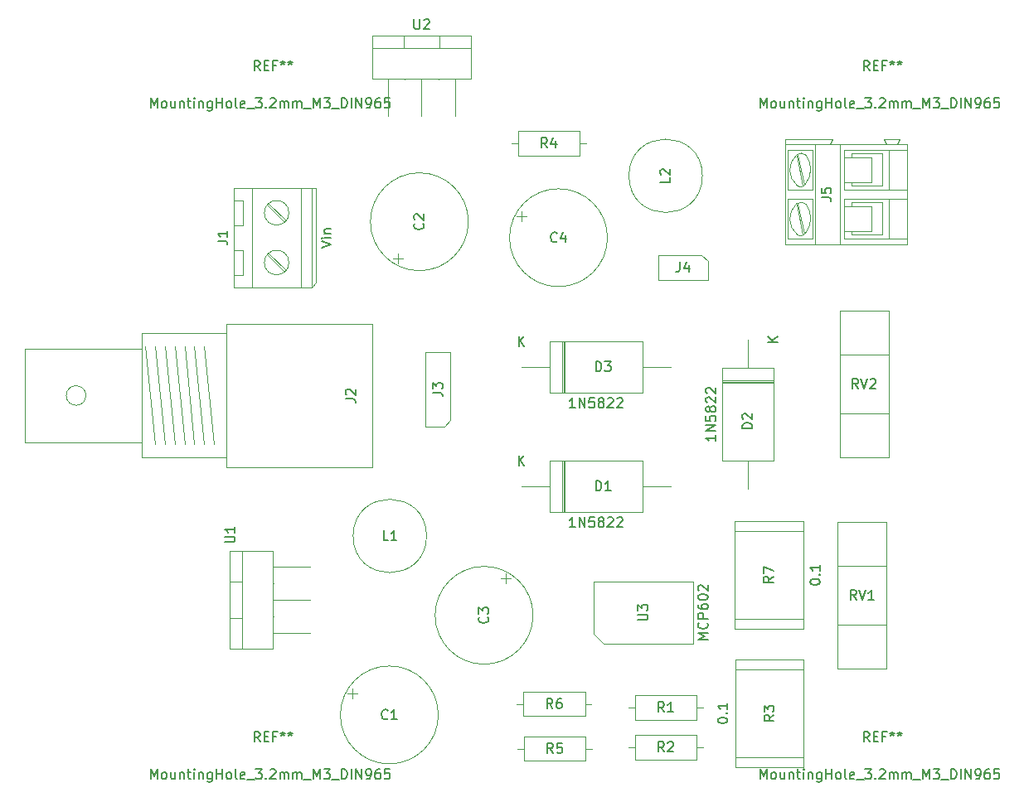
<source format=gbr>
G04 #@! TF.GenerationSoftware,KiCad,Pcbnew,5.0.2-bee76a0~70~ubuntu18.04.1*
G04 #@! TF.CreationDate,2019-02-20T20:23:57+00:00*
G04 #@! TF.ProjectId,lm2596_cc_vc,6c6d3235-3936-45f6-9363-5f76632e6b69,rev?*
G04 #@! TF.SameCoordinates,Original*
G04 #@! TF.FileFunction,Other,Fab,Top*
%FSLAX46Y46*%
G04 Gerber Fmt 4.6, Leading zero omitted, Abs format (unit mm)*
G04 Created by KiCad (PCBNEW 5.0.2-bee76a0~70~ubuntu18.04.1) date Wed 20 Feb 2019 20:23:57 GMT*
%MOMM*%
%LPD*%
G01*
G04 APERTURE LIST*
%ADD10C,0.100000*%
%ADD11C,0.150000*%
G04 APERTURE END LIST*
D10*
G04 #@! TO.C,R7*
X96957000Y-119873000D02*
X103957000Y-119873000D01*
X96957000Y-128873000D02*
X103957000Y-128873000D01*
X96957000Y-118873000D02*
X96957000Y-129873000D01*
X103957000Y-118873000D02*
X96957000Y-118873000D01*
X103957000Y-129873000D02*
X103957000Y-118873000D01*
X96957000Y-129873000D02*
X103957000Y-129873000D01*
G04 #@! TO.C,R3*
X104020500Y-143017000D02*
X97020500Y-143017000D01*
X104020500Y-134017000D02*
X97020500Y-134017000D01*
X104020500Y-144017000D02*
X104020500Y-133017000D01*
X97020500Y-144017000D02*
X104020500Y-144017000D01*
X97020500Y-133017000D02*
X97020500Y-144017000D01*
X104020500Y-133017000D02*
X97020500Y-133017000D01*
G04 #@! TO.C,U3*
X82550000Y-130394200D02*
X82550000Y-125044200D01*
X82550000Y-125044200D02*
X92710000Y-125044200D01*
X92710000Y-125044200D02*
X92710000Y-131394200D01*
X92710000Y-131394200D02*
X83550000Y-131394200D01*
X83550000Y-131394200D02*
X82550000Y-130394200D01*
G04 #@! TO.C,J1*
X45790400Y-86126000D02*
X45790400Y-88626000D01*
X46790400Y-86126000D02*
X45790400Y-86126000D01*
X46790400Y-88626000D02*
X46790400Y-86126000D01*
X45790400Y-88626000D02*
X46790400Y-88626000D01*
X49242400Y-86580000D02*
X50986400Y-88324000D01*
X49394400Y-86427000D02*
X51138400Y-88171000D01*
X45790400Y-91206000D02*
X45790400Y-93706000D01*
X46790400Y-91206000D02*
X45790400Y-91206000D01*
X46790400Y-93706000D02*
X46790400Y-91206000D01*
X45790400Y-93706000D02*
X46790400Y-93706000D01*
X49242400Y-91660000D02*
X50986400Y-93405000D01*
X49394400Y-91507000D02*
X51138400Y-93252000D01*
X47640400Y-94996000D02*
X47640400Y-84836000D01*
X52640400Y-94996000D02*
X52640400Y-84836000D01*
X53740400Y-94996000D02*
X53740400Y-84836000D01*
X53740400Y-94996000D02*
X45790400Y-94996000D01*
X54240400Y-94496000D02*
X53740400Y-94996000D01*
X54240400Y-84836000D02*
X54240400Y-94496000D01*
X45790400Y-84836000D02*
X54240400Y-84836000D01*
X45790400Y-94996000D02*
X45790400Y-84836000D01*
X51440400Y-87376000D02*
G75*
G03X51440400Y-87376000I-1250000J0D01*
G01*
X51440400Y-92456000D02*
G75*
G03X51440400Y-92456000I-1250000J0D01*
G01*
G04 #@! TO.C,J5*
X103297701Y-89548572D02*
G75*
G03X104226400Y-89405600I408699J432972D01*
G01*
X103284866Y-86445624D02*
G75*
G03X103356400Y-89605600I1361534J-1549976D01*
G01*
X104197818Y-89445429D02*
G75*
G03X104236400Y-86455600I-1911418J1519829D01*
G01*
X104270396Y-86499980D02*
G75*
G03X103306400Y-86455600I-503996J-455620D01*
G01*
X103297701Y-84548572D02*
G75*
G03X104226400Y-84405600I408699J432972D01*
G01*
X103294713Y-81447361D02*
G75*
G03X103356400Y-84595600I1351687J-1548239D01*
G01*
X104188137Y-84437933D02*
G75*
G03X104236400Y-81455600I-1901737J1522333D01*
G01*
X104280395Y-81500068D02*
G75*
G03X103306400Y-81445600I-513995J-455532D01*
G01*
X108106400Y-84625600D02*
X108106400Y-81315600D01*
X108106400Y-85005600D02*
X108106400Y-84625600D01*
X108106400Y-80935600D02*
X108106400Y-81315600D01*
X107716400Y-81315600D02*
X107716400Y-84625600D01*
X107716400Y-80375600D02*
X107716400Y-81315600D01*
X107716400Y-86325600D02*
X107716400Y-84625600D01*
X107716400Y-89625600D02*
X107716400Y-86325600D01*
X107716400Y-90565600D02*
X107716400Y-89625600D01*
X108106400Y-86325600D02*
X108106400Y-89625600D01*
X108106400Y-85945600D02*
X108106400Y-86325600D01*
X108106400Y-90005600D02*
X108106400Y-89625600D01*
X104036400Y-89475600D02*
X103406400Y-86425600D01*
X103906400Y-89605600D02*
X103276400Y-86545600D01*
X104036400Y-84465600D02*
X103406400Y-81425600D01*
X103906400Y-84595600D02*
X103276400Y-81545600D01*
X102386400Y-85945600D02*
X102386400Y-90005600D01*
X104926400Y-90005600D02*
X102386400Y-90005600D01*
X104926400Y-85945600D02*
X104926400Y-90005600D01*
X104926400Y-85945600D02*
X102386400Y-85945600D01*
X104926400Y-80935600D02*
X104926400Y-85005600D01*
X102386400Y-80935600D02*
X104926400Y-80935600D01*
X102386400Y-85005600D02*
X102386400Y-80935600D01*
X104926400Y-85005600D02*
X102386400Y-85005600D01*
X105186400Y-80375600D02*
X106706400Y-80375600D01*
X105186400Y-90565600D02*
X102136400Y-90565600D01*
X105186400Y-90565600D02*
X105186400Y-80375600D01*
X107716400Y-80375600D02*
X112416400Y-80375600D01*
X106706400Y-80375600D02*
X107716400Y-80375600D01*
X107716400Y-90565600D02*
X105186400Y-90565600D01*
X114576400Y-90565600D02*
X107716400Y-90565600D01*
X108866400Y-81315600D02*
X108866400Y-81705600D01*
X108866400Y-84625600D02*
X108866400Y-84245600D01*
X108866400Y-86325600D02*
X108866400Y-86705600D01*
X108866400Y-89625600D02*
X108866400Y-89245600D01*
X112036400Y-89625600D02*
X108866400Y-89625600D01*
X112036400Y-86325600D02*
X112036400Y-89625600D01*
X112036400Y-86325600D02*
X108866400Y-86325600D01*
X112036400Y-84625600D02*
X108866400Y-84625600D01*
X112036400Y-81315600D02*
X112036400Y-84625600D01*
X112036400Y-81315600D02*
X108866400Y-81315600D01*
X112676400Y-90005600D02*
X114576400Y-90005600D01*
X112676400Y-85945600D02*
X108106400Y-85945600D01*
X112676400Y-85945600D02*
X112676400Y-90005600D01*
X112676400Y-80935600D02*
X114576400Y-80935600D01*
X112676400Y-85005600D02*
X108106400Y-85005600D01*
X112676400Y-85005600D02*
X112676400Y-80935600D01*
X114576400Y-90005600D02*
X114576400Y-85945600D01*
X114576400Y-90565600D02*
X114576400Y-90005600D01*
X108106400Y-90005600D02*
X112676400Y-90005600D01*
X114576400Y-85945600D02*
X114576400Y-85005600D01*
X114576400Y-85945600D02*
X112676400Y-85945600D01*
X114576400Y-80935600D02*
X114576400Y-80375600D01*
X114576400Y-85005600D02*
X114576400Y-80935600D01*
X108106400Y-80935600D02*
X112676400Y-80935600D01*
X114576400Y-85005600D02*
X112676400Y-85005600D01*
X112166400Y-79875600D02*
X113816400Y-79875600D01*
X112416400Y-80375600D02*
X113566400Y-80375600D01*
X112166400Y-79875600D02*
X112416400Y-80375600D01*
X113566400Y-80375600D02*
X114576400Y-80375600D01*
X113816400Y-79875600D02*
X113566400Y-80375600D01*
X106956400Y-79875600D02*
X106706400Y-80375600D01*
X102136400Y-79875600D02*
X106956400Y-79875600D01*
X102136400Y-80375600D02*
X102136400Y-79875600D01*
X102136400Y-80375600D02*
X102136400Y-90565600D01*
X102136400Y-80375600D02*
X105186400Y-80375600D01*
X110896400Y-84245600D02*
X108106400Y-84245600D01*
X108106400Y-84245600D02*
X108106400Y-81705600D01*
X110896400Y-81705600D02*
X108106400Y-81705600D01*
X110896400Y-84245600D02*
X110896400Y-81705600D01*
X110896400Y-89245600D02*
X108106400Y-89245600D01*
X108106400Y-89245600D02*
X108106400Y-86705600D01*
X110896400Y-86705600D02*
X108106400Y-86705600D01*
X110896400Y-89245600D02*
X110896400Y-86705600D01*
G04 #@! TO.C,C1*
X57913139Y-135996500D02*
X57913139Y-136996500D01*
X57413139Y-136496500D02*
X58413139Y-136496500D01*
X66702000Y-138684000D02*
G75*
G03X66702000Y-138684000I-5000000J0D01*
G01*
G04 #@! TO.C,C2*
X62082500Y-92073861D02*
X63082500Y-92073861D01*
X62582500Y-92573861D02*
X62582500Y-91573861D01*
X69770000Y-88285000D02*
G75*
G03X69770000Y-88285000I-5000000J0D01*
G01*
G04 #@! TO.C,C3*
X76374000Y-128504000D02*
G75*
G03X76374000Y-128504000I-5000000J0D01*
G01*
X73561500Y-124215139D02*
X73561500Y-125215139D01*
X74061500Y-124715139D02*
X73061500Y-124715139D01*
G04 #@! TO.C,C4*
X83974000Y-89916000D02*
G75*
G03X83974000Y-89916000I-5000000J0D01*
G01*
X74685139Y-87728500D02*
X75685139Y-87728500D01*
X75185139Y-87228500D02*
X75185139Y-88228500D01*
G04 #@! TO.C,D1*
X78054000Y-112716000D02*
X78054000Y-117916000D01*
X78054000Y-117916000D02*
X87554000Y-117916000D01*
X87554000Y-117916000D02*
X87554000Y-112716000D01*
X87554000Y-112716000D02*
X78054000Y-112716000D01*
X75184000Y-115316000D02*
X78054000Y-115316000D01*
X90424000Y-115316000D02*
X87554000Y-115316000D01*
X79479000Y-112716000D02*
X79479000Y-117916000D01*
X79579000Y-112716000D02*
X79579000Y-117916000D01*
X79379000Y-112716000D02*
X79379000Y-117916000D01*
G04 #@! TO.C,D2*
X100898000Y-103200000D02*
X95698000Y-103200000D01*
X95698000Y-103200000D02*
X95698000Y-112700000D01*
X95698000Y-112700000D02*
X100898000Y-112700000D01*
X100898000Y-112700000D02*
X100898000Y-103200000D01*
X98298000Y-100330000D02*
X98298000Y-103200000D01*
X98298000Y-115570000D02*
X98298000Y-112700000D01*
X100898000Y-104625000D02*
X95698000Y-104625000D01*
X100898000Y-104725000D02*
X95698000Y-104725000D01*
X100898000Y-104525000D02*
X95698000Y-104525000D01*
G04 #@! TO.C,D3*
X79379000Y-100524000D02*
X79379000Y-105724000D01*
X79579000Y-100524000D02*
X79579000Y-105724000D01*
X79479000Y-100524000D02*
X79479000Y-105724000D01*
X90424000Y-103124000D02*
X87554000Y-103124000D01*
X75184000Y-103124000D02*
X78054000Y-103124000D01*
X87554000Y-100524000D02*
X78054000Y-100524000D01*
X87554000Y-105724000D02*
X87554000Y-100524000D01*
X78054000Y-105724000D02*
X87554000Y-105724000D01*
X78054000Y-100524000D02*
X78054000Y-105724000D01*
G04 #@! TO.C,J2*
X37785000Y-111045000D02*
X36785000Y-101045000D01*
X38785000Y-111045000D02*
X37785000Y-101045000D01*
X39785000Y-111045000D02*
X38785000Y-101045000D01*
X40785000Y-111045000D02*
X39785000Y-101045000D01*
X41785000Y-111045000D02*
X40785000Y-101045000D01*
X42785000Y-111045000D02*
X41785000Y-101045000D01*
X30715000Y-106045000D02*
G75*
G03X30715000Y-106045000I-1000000J0D01*
G01*
X36385000Y-101245000D02*
X24485000Y-101245000D01*
X24485000Y-101245000D02*
X24485000Y-110845000D01*
X24485000Y-110845000D02*
X36385000Y-110845000D01*
X45085000Y-99695000D02*
X36385000Y-99695000D01*
X36385000Y-99695000D02*
X36385000Y-112395000D01*
X36385000Y-112395000D02*
X45085000Y-112395000D01*
X59985000Y-113395000D02*
X59985000Y-98695000D01*
X59985000Y-98695000D02*
X45085000Y-98695000D01*
X45085000Y-98695000D02*
X45085000Y-113395000D01*
X45085000Y-113395000D02*
X59985000Y-113395000D01*
X43785000Y-111045000D02*
X42785000Y-101045000D01*
G04 #@! TO.C,J3*
X67310000Y-109220000D02*
X65405000Y-109220000D01*
X65405000Y-109220000D02*
X65405000Y-101600000D01*
X65405000Y-101600000D02*
X67945000Y-101600000D01*
X67945000Y-101600000D02*
X67945000Y-108585000D01*
X67945000Y-108585000D02*
X67310000Y-109220000D01*
G04 #@! TO.C,J4*
X93599000Y-91694000D02*
X94234000Y-92329000D01*
X89154000Y-91694000D02*
X93599000Y-91694000D01*
X89154000Y-94234000D02*
X89154000Y-91694000D01*
X94234000Y-94234000D02*
X89154000Y-94234000D01*
X94234000Y-92329000D02*
X94234000Y-94234000D01*
G04 #@! TO.C,L1*
X65500000Y-120396000D02*
G75*
G03X65500000Y-120396000I-3750000J0D01*
G01*
G04 #@! TO.C,L2*
X93666000Y-83594000D02*
G75*
G03X93666000Y-83594000I-3750000J0D01*
G01*
G04 #@! TO.C,R1*
X86766000Y-136672000D02*
X86766000Y-139172000D01*
X86766000Y-139172000D02*
X93066000Y-139172000D01*
X93066000Y-139172000D02*
X93066000Y-136672000D01*
X93066000Y-136672000D02*
X86766000Y-136672000D01*
X86106000Y-137922000D02*
X86766000Y-137922000D01*
X93726000Y-137922000D02*
X93066000Y-137922000D01*
G04 #@! TO.C,R2*
X86106000Y-141986000D02*
X86766000Y-141986000D01*
X93726000Y-141986000D02*
X93066000Y-141986000D01*
X86766000Y-143236000D02*
X93066000Y-143236000D01*
X86766000Y-140736000D02*
X86766000Y-143236000D01*
X93066000Y-140736000D02*
X86766000Y-140736000D01*
X93066000Y-143236000D02*
X93066000Y-140736000D01*
G04 #@! TO.C,R4*
X74828000Y-79014000D02*
X74828000Y-81514000D01*
X74828000Y-81514000D02*
X81128000Y-81514000D01*
X81128000Y-81514000D02*
X81128000Y-79014000D01*
X81128000Y-79014000D02*
X74828000Y-79014000D01*
X74168000Y-80264000D02*
X74828000Y-80264000D01*
X81788000Y-80264000D02*
X81128000Y-80264000D01*
G04 #@! TO.C,R5*
X74777600Y-142138400D02*
X75437600Y-142138400D01*
X82397600Y-142138400D02*
X81737600Y-142138400D01*
X75437600Y-143388400D02*
X81737600Y-143388400D01*
X75437600Y-140888400D02*
X75437600Y-143388400D01*
X81737600Y-140888400D02*
X75437600Y-140888400D01*
X81737600Y-143388400D02*
X81737600Y-140888400D01*
G04 #@! TO.C,R6*
X75386800Y-136316400D02*
X75386800Y-138816400D01*
X75386800Y-138816400D02*
X81686800Y-138816400D01*
X81686800Y-138816400D02*
X81686800Y-136316400D01*
X81686800Y-136316400D02*
X75386800Y-136316400D01*
X74726800Y-137566400D02*
X75386800Y-137566400D01*
X82346800Y-137566400D02*
X81686800Y-137566400D01*
G04 #@! TO.C,RV1*
X107471200Y-129470400D02*
X112471200Y-129470400D01*
X107471200Y-123470400D02*
X107471200Y-129470400D01*
X112471200Y-123470400D02*
X107471200Y-123470400D01*
X112471200Y-129470400D02*
X112471200Y-123470400D01*
X112471200Y-133970400D02*
X107471200Y-133970400D01*
X112471200Y-118970400D02*
X112471200Y-133970400D01*
X107471200Y-118970400D02*
X112471200Y-118970400D01*
X107471200Y-133970400D02*
X107471200Y-118970400D01*
G04 #@! TO.C,RV2*
X107674400Y-112380400D02*
X107674400Y-97380400D01*
X107674400Y-97380400D02*
X112674400Y-97380400D01*
X112674400Y-97380400D02*
X112674400Y-112380400D01*
X112674400Y-112380400D02*
X107674400Y-112380400D01*
X112674400Y-107880400D02*
X112674400Y-101880400D01*
X112674400Y-101880400D02*
X107674400Y-101880400D01*
X107674400Y-101880400D02*
X107674400Y-107880400D01*
X107674400Y-107880400D02*
X112674400Y-107880400D01*
G04 #@! TO.C,U1*
X45394000Y-131902000D02*
X49794000Y-131902000D01*
X49794000Y-131902000D02*
X49794000Y-121902000D01*
X49794000Y-121902000D02*
X45394000Y-121902000D01*
X45394000Y-121902000D02*
X45394000Y-131902000D01*
X46664000Y-131902000D02*
X46664000Y-121902000D01*
X45394000Y-128752000D02*
X46664000Y-128752000D01*
X45394000Y-125052000D02*
X46664000Y-125052000D01*
X49794000Y-130302000D02*
X53594000Y-130302000D01*
X49794000Y-128602000D02*
X49894000Y-128602000D01*
X49794000Y-126902000D02*
X53594000Y-126902000D01*
X49794000Y-125202000D02*
X49894000Y-125202000D01*
X49794000Y-123502000D02*
X53594000Y-123502000D01*
G04 #@! TO.C,U2*
X68395000Y-73670000D02*
X68395000Y-77470000D01*
X66695000Y-73670000D02*
X66695000Y-73770000D01*
X64995000Y-73670000D02*
X64995000Y-77470000D01*
X63295000Y-73670000D02*
X63295000Y-73770000D01*
X61595000Y-73670000D02*
X61595000Y-77470000D01*
X66845000Y-69270000D02*
X66845000Y-70540000D01*
X63145000Y-69270000D02*
X63145000Y-70540000D01*
X59995000Y-70540000D02*
X69995000Y-70540000D01*
X69995000Y-69270000D02*
X59995000Y-69270000D01*
X69995000Y-73670000D02*
X69995000Y-69270000D01*
X59995000Y-73670000D02*
X69995000Y-73670000D01*
X59995000Y-69270000D02*
X59995000Y-73670000D01*
G04 #@! TD*
G04 #@! TO.C,R7*
D11*
X104659380Y-125134904D02*
X104659380Y-125039666D01*
X104707000Y-124944428D01*
X104754619Y-124896809D01*
X104849857Y-124849190D01*
X105040333Y-124801571D01*
X105278428Y-124801571D01*
X105468904Y-124849190D01*
X105564142Y-124896809D01*
X105611761Y-124944428D01*
X105659380Y-125039666D01*
X105659380Y-125134904D01*
X105611761Y-125230142D01*
X105564142Y-125277761D01*
X105468904Y-125325380D01*
X105278428Y-125373000D01*
X105040333Y-125373000D01*
X104849857Y-125325380D01*
X104754619Y-125277761D01*
X104707000Y-125230142D01*
X104659380Y-125134904D01*
X105564142Y-124373000D02*
X105611761Y-124325380D01*
X105659380Y-124373000D01*
X105611761Y-124420619D01*
X105564142Y-124373000D01*
X105659380Y-124373000D01*
X105659380Y-123373000D02*
X105659380Y-123944428D01*
X105659380Y-123658714D02*
X104659380Y-123658714D01*
X104802238Y-123753952D01*
X104897476Y-123849190D01*
X104945095Y-123944428D01*
X100909380Y-124539666D02*
X100433190Y-124873000D01*
X100909380Y-125111095D02*
X99909380Y-125111095D01*
X99909380Y-124730142D01*
X99957000Y-124634904D01*
X100004619Y-124587285D01*
X100099857Y-124539666D01*
X100242714Y-124539666D01*
X100337952Y-124587285D01*
X100385571Y-124634904D01*
X100433190Y-124730142D01*
X100433190Y-125111095D01*
X99909380Y-124206333D02*
X99909380Y-123539666D01*
X100909380Y-123968238D01*
G04 #@! TO.C,R3*
X95222880Y-139278904D02*
X95222880Y-139183666D01*
X95270500Y-139088428D01*
X95318119Y-139040809D01*
X95413357Y-138993190D01*
X95603833Y-138945571D01*
X95841928Y-138945571D01*
X96032404Y-138993190D01*
X96127642Y-139040809D01*
X96175261Y-139088428D01*
X96222880Y-139183666D01*
X96222880Y-139278904D01*
X96175261Y-139374142D01*
X96127642Y-139421761D01*
X96032404Y-139469380D01*
X95841928Y-139517000D01*
X95603833Y-139517000D01*
X95413357Y-139469380D01*
X95318119Y-139421761D01*
X95270500Y-139374142D01*
X95222880Y-139278904D01*
X96127642Y-138517000D02*
X96175261Y-138469380D01*
X96222880Y-138517000D01*
X96175261Y-138564619D01*
X96127642Y-138517000D01*
X96222880Y-138517000D01*
X96222880Y-137517000D02*
X96222880Y-138088428D01*
X96222880Y-137802714D02*
X95222880Y-137802714D01*
X95365738Y-137897952D01*
X95460976Y-137993190D01*
X95508595Y-138088428D01*
X100972880Y-138683666D02*
X100496690Y-139017000D01*
X100972880Y-139255095D02*
X99972880Y-139255095D01*
X99972880Y-138874142D01*
X100020500Y-138778904D01*
X100068119Y-138731285D01*
X100163357Y-138683666D01*
X100306214Y-138683666D01*
X100401452Y-138731285D01*
X100449071Y-138778904D01*
X100496690Y-138874142D01*
X100496690Y-139255095D01*
X99972880Y-138350333D02*
X99972880Y-137731285D01*
X100353833Y-138064619D01*
X100353833Y-137921761D01*
X100401452Y-137826523D01*
X100449071Y-137778904D01*
X100544309Y-137731285D01*
X100782404Y-137731285D01*
X100877642Y-137778904D01*
X100925261Y-137826523D01*
X100972880Y-137921761D01*
X100972880Y-138207476D01*
X100925261Y-138302714D01*
X100877642Y-138350333D01*
G04 #@! TO.C,U3*
X94222380Y-130981104D02*
X93222380Y-130981104D01*
X93936666Y-130647771D01*
X93222380Y-130314438D01*
X94222380Y-130314438D01*
X94127142Y-129266819D02*
X94174761Y-129314438D01*
X94222380Y-129457295D01*
X94222380Y-129552533D01*
X94174761Y-129695390D01*
X94079523Y-129790628D01*
X93984285Y-129838247D01*
X93793809Y-129885866D01*
X93650952Y-129885866D01*
X93460476Y-129838247D01*
X93365238Y-129790628D01*
X93270000Y-129695390D01*
X93222380Y-129552533D01*
X93222380Y-129457295D01*
X93270000Y-129314438D01*
X93317619Y-129266819D01*
X94222380Y-128838247D02*
X93222380Y-128838247D01*
X93222380Y-128457295D01*
X93270000Y-128362057D01*
X93317619Y-128314438D01*
X93412857Y-128266819D01*
X93555714Y-128266819D01*
X93650952Y-128314438D01*
X93698571Y-128362057D01*
X93746190Y-128457295D01*
X93746190Y-128838247D01*
X93222380Y-127409676D02*
X93222380Y-127600152D01*
X93270000Y-127695390D01*
X93317619Y-127743009D01*
X93460476Y-127838247D01*
X93650952Y-127885866D01*
X94031904Y-127885866D01*
X94127142Y-127838247D01*
X94174761Y-127790628D01*
X94222380Y-127695390D01*
X94222380Y-127504914D01*
X94174761Y-127409676D01*
X94127142Y-127362057D01*
X94031904Y-127314438D01*
X93793809Y-127314438D01*
X93698571Y-127362057D01*
X93650952Y-127409676D01*
X93603333Y-127504914D01*
X93603333Y-127695390D01*
X93650952Y-127790628D01*
X93698571Y-127838247D01*
X93793809Y-127885866D01*
X93222380Y-126695390D02*
X93222380Y-126600152D01*
X93270000Y-126504914D01*
X93317619Y-126457295D01*
X93412857Y-126409676D01*
X93603333Y-126362057D01*
X93841428Y-126362057D01*
X94031904Y-126409676D01*
X94127142Y-126457295D01*
X94174761Y-126504914D01*
X94222380Y-126600152D01*
X94222380Y-126695390D01*
X94174761Y-126790628D01*
X94127142Y-126838247D01*
X94031904Y-126885866D01*
X93841428Y-126933485D01*
X93603333Y-126933485D01*
X93412857Y-126885866D01*
X93317619Y-126838247D01*
X93270000Y-126790628D01*
X93222380Y-126695390D01*
X93317619Y-125981104D02*
X93270000Y-125933485D01*
X93222380Y-125838247D01*
X93222380Y-125600152D01*
X93270000Y-125504914D01*
X93317619Y-125457295D01*
X93412857Y-125409676D01*
X93508095Y-125409676D01*
X93650952Y-125457295D01*
X94222380Y-126028723D01*
X94222380Y-125409676D01*
X87082380Y-128981104D02*
X87891904Y-128981104D01*
X87987142Y-128933485D01*
X88034761Y-128885866D01*
X88082380Y-128790628D01*
X88082380Y-128600152D01*
X88034761Y-128504914D01*
X87987142Y-128457295D01*
X87891904Y-128409676D01*
X87082380Y-128409676D01*
X87082380Y-128028723D02*
X87082380Y-127409676D01*
X87463333Y-127743009D01*
X87463333Y-127600152D01*
X87510952Y-127504914D01*
X87558571Y-127457295D01*
X87653809Y-127409676D01*
X87891904Y-127409676D01*
X87987142Y-127457295D01*
X88034761Y-127504914D01*
X88082380Y-127600152D01*
X88082380Y-127885866D01*
X88034761Y-127981104D01*
X87987142Y-128028723D01*
G04 #@! TO.C,REF\002A\002A*
X37339523Y-145222380D02*
X37339523Y-144222380D01*
X37672857Y-144936666D01*
X38006190Y-144222380D01*
X38006190Y-145222380D01*
X38625238Y-145222380D02*
X38529999Y-145174761D01*
X38482380Y-145127142D01*
X38434761Y-145031904D01*
X38434761Y-144746190D01*
X38482380Y-144650952D01*
X38529999Y-144603333D01*
X38625238Y-144555714D01*
X38768095Y-144555714D01*
X38863333Y-144603333D01*
X38910952Y-144650952D01*
X38958571Y-144746190D01*
X38958571Y-145031904D01*
X38910952Y-145127142D01*
X38863333Y-145174761D01*
X38768095Y-145222380D01*
X38625238Y-145222380D01*
X39815714Y-144555714D02*
X39815714Y-145222380D01*
X39387142Y-144555714D02*
X39387142Y-145079523D01*
X39434761Y-145174761D01*
X39529999Y-145222380D01*
X39672857Y-145222380D01*
X39768095Y-145174761D01*
X39815714Y-145127142D01*
X40291904Y-144555714D02*
X40291904Y-145222380D01*
X40291904Y-144650952D02*
X40339523Y-144603333D01*
X40434761Y-144555714D01*
X40577619Y-144555714D01*
X40672857Y-144603333D01*
X40720476Y-144698571D01*
X40720476Y-145222380D01*
X41053809Y-144555714D02*
X41434761Y-144555714D01*
X41196666Y-144222380D02*
X41196666Y-145079523D01*
X41244285Y-145174761D01*
X41339523Y-145222380D01*
X41434761Y-145222380D01*
X41768095Y-145222380D02*
X41768095Y-144555714D01*
X41768095Y-144222380D02*
X41720476Y-144270000D01*
X41768095Y-144317619D01*
X41815714Y-144270000D01*
X41768095Y-144222380D01*
X41768095Y-144317619D01*
X42244285Y-144555714D02*
X42244285Y-145222380D01*
X42244285Y-144650952D02*
X42291904Y-144603333D01*
X42387142Y-144555714D01*
X42529999Y-144555714D01*
X42625238Y-144603333D01*
X42672857Y-144698571D01*
X42672857Y-145222380D01*
X43577619Y-144555714D02*
X43577619Y-145365238D01*
X43529999Y-145460476D01*
X43482380Y-145508095D01*
X43387142Y-145555714D01*
X43244285Y-145555714D01*
X43149047Y-145508095D01*
X43577619Y-145174761D02*
X43482380Y-145222380D01*
X43291904Y-145222380D01*
X43196666Y-145174761D01*
X43149047Y-145127142D01*
X43101428Y-145031904D01*
X43101428Y-144746190D01*
X43149047Y-144650952D01*
X43196666Y-144603333D01*
X43291904Y-144555714D01*
X43482380Y-144555714D01*
X43577619Y-144603333D01*
X44053809Y-145222380D02*
X44053809Y-144222380D01*
X44053809Y-144698571D02*
X44625238Y-144698571D01*
X44625238Y-145222380D02*
X44625238Y-144222380D01*
X45244285Y-145222380D02*
X45149047Y-145174761D01*
X45101428Y-145127142D01*
X45053809Y-145031904D01*
X45053809Y-144746190D01*
X45101428Y-144650952D01*
X45149047Y-144603333D01*
X45244285Y-144555714D01*
X45387142Y-144555714D01*
X45482380Y-144603333D01*
X45529999Y-144650952D01*
X45577619Y-144746190D01*
X45577619Y-145031904D01*
X45529999Y-145127142D01*
X45482380Y-145174761D01*
X45387142Y-145222380D01*
X45244285Y-145222380D01*
X46149047Y-145222380D02*
X46053809Y-145174761D01*
X46006190Y-145079523D01*
X46006190Y-144222380D01*
X46910952Y-145174761D02*
X46815714Y-145222380D01*
X46625238Y-145222380D01*
X46529999Y-145174761D01*
X46482380Y-145079523D01*
X46482380Y-144698571D01*
X46529999Y-144603333D01*
X46625238Y-144555714D01*
X46815714Y-144555714D01*
X46910952Y-144603333D01*
X46958571Y-144698571D01*
X46958571Y-144793809D01*
X46482380Y-144889047D01*
X47149047Y-145317619D02*
X47910952Y-145317619D01*
X48053809Y-144222380D02*
X48672857Y-144222380D01*
X48339523Y-144603333D01*
X48482380Y-144603333D01*
X48577619Y-144650952D01*
X48625238Y-144698571D01*
X48672857Y-144793809D01*
X48672857Y-145031904D01*
X48625238Y-145127142D01*
X48577619Y-145174761D01*
X48482380Y-145222380D01*
X48196666Y-145222380D01*
X48101428Y-145174761D01*
X48053809Y-145127142D01*
X49101428Y-145127142D02*
X49149047Y-145174761D01*
X49101428Y-145222380D01*
X49053809Y-145174761D01*
X49101428Y-145127142D01*
X49101428Y-145222380D01*
X49529999Y-144317619D02*
X49577619Y-144270000D01*
X49672857Y-144222380D01*
X49910952Y-144222380D01*
X50006190Y-144270000D01*
X50053809Y-144317619D01*
X50101428Y-144412857D01*
X50101428Y-144508095D01*
X50053809Y-144650952D01*
X49482380Y-145222380D01*
X50101428Y-145222380D01*
X50529999Y-145222380D02*
X50529999Y-144555714D01*
X50529999Y-144650952D02*
X50577619Y-144603333D01*
X50672857Y-144555714D01*
X50815714Y-144555714D01*
X50910952Y-144603333D01*
X50958571Y-144698571D01*
X50958571Y-145222380D01*
X50958571Y-144698571D02*
X51006190Y-144603333D01*
X51101428Y-144555714D01*
X51244285Y-144555714D01*
X51339523Y-144603333D01*
X51387142Y-144698571D01*
X51387142Y-145222380D01*
X51863333Y-145222380D02*
X51863333Y-144555714D01*
X51863333Y-144650952D02*
X51910952Y-144603333D01*
X52006190Y-144555714D01*
X52149047Y-144555714D01*
X52244285Y-144603333D01*
X52291904Y-144698571D01*
X52291904Y-145222380D01*
X52291904Y-144698571D02*
X52339523Y-144603333D01*
X52434761Y-144555714D01*
X52577619Y-144555714D01*
X52672857Y-144603333D01*
X52720476Y-144698571D01*
X52720476Y-145222380D01*
X52958571Y-145317619D02*
X53720476Y-145317619D01*
X53958571Y-145222380D02*
X53958571Y-144222380D01*
X54291904Y-144936666D01*
X54625238Y-144222380D01*
X54625238Y-145222380D01*
X55006190Y-144222380D02*
X55625238Y-144222380D01*
X55291904Y-144603333D01*
X55434761Y-144603333D01*
X55529999Y-144650952D01*
X55577619Y-144698571D01*
X55625238Y-144793809D01*
X55625238Y-145031904D01*
X55577619Y-145127142D01*
X55529999Y-145174761D01*
X55434761Y-145222380D01*
X55149047Y-145222380D01*
X55053809Y-145174761D01*
X55006190Y-145127142D01*
X55815714Y-145317619D02*
X56577619Y-145317619D01*
X56815714Y-145222380D02*
X56815714Y-144222380D01*
X57053809Y-144222380D01*
X57196666Y-144270000D01*
X57291904Y-144365238D01*
X57339523Y-144460476D01*
X57387142Y-144650952D01*
X57387142Y-144793809D01*
X57339523Y-144984285D01*
X57291904Y-145079523D01*
X57196666Y-145174761D01*
X57053809Y-145222380D01*
X56815714Y-145222380D01*
X57815714Y-145222380D02*
X57815714Y-144222380D01*
X58291904Y-145222380D02*
X58291904Y-144222380D01*
X58863333Y-145222380D01*
X58863333Y-144222380D01*
X59387142Y-145222380D02*
X59577619Y-145222380D01*
X59672857Y-145174761D01*
X59720476Y-145127142D01*
X59815714Y-144984285D01*
X59863333Y-144793809D01*
X59863333Y-144412857D01*
X59815714Y-144317619D01*
X59768095Y-144270000D01*
X59672857Y-144222380D01*
X59482380Y-144222380D01*
X59387142Y-144270000D01*
X59339523Y-144317619D01*
X59291904Y-144412857D01*
X59291904Y-144650952D01*
X59339523Y-144746190D01*
X59387142Y-144793809D01*
X59482380Y-144841428D01*
X59672857Y-144841428D01*
X59768095Y-144793809D01*
X59815714Y-144746190D01*
X59863333Y-144650952D01*
X60720476Y-144222380D02*
X60529999Y-144222380D01*
X60434761Y-144270000D01*
X60387142Y-144317619D01*
X60291904Y-144460476D01*
X60244285Y-144650952D01*
X60244285Y-145031904D01*
X60291904Y-145127142D01*
X60339523Y-145174761D01*
X60434761Y-145222380D01*
X60625238Y-145222380D01*
X60720476Y-145174761D01*
X60768095Y-145127142D01*
X60815714Y-145031904D01*
X60815714Y-144793809D01*
X60768095Y-144698571D01*
X60720476Y-144650952D01*
X60625238Y-144603333D01*
X60434761Y-144603333D01*
X60339523Y-144650952D01*
X60291904Y-144698571D01*
X60244285Y-144793809D01*
X61720476Y-144222380D02*
X61244285Y-144222380D01*
X61196666Y-144698571D01*
X61244285Y-144650952D01*
X61339523Y-144603333D01*
X61577619Y-144603333D01*
X61672857Y-144650952D01*
X61720476Y-144698571D01*
X61768095Y-144793809D01*
X61768095Y-145031904D01*
X61720476Y-145127142D01*
X61672857Y-145174761D01*
X61577619Y-145222380D01*
X61339523Y-145222380D01*
X61244285Y-145174761D01*
X61196666Y-145127142D01*
X48496666Y-141422380D02*
X48163333Y-140946190D01*
X47925238Y-141422380D02*
X47925238Y-140422380D01*
X48306190Y-140422380D01*
X48401428Y-140470000D01*
X48449047Y-140517619D01*
X48496666Y-140612857D01*
X48496666Y-140755714D01*
X48449047Y-140850952D01*
X48401428Y-140898571D01*
X48306190Y-140946190D01*
X47925238Y-140946190D01*
X48925238Y-140898571D02*
X49258571Y-140898571D01*
X49401428Y-141422380D02*
X48925238Y-141422380D01*
X48925238Y-140422380D01*
X49401428Y-140422380D01*
X50163333Y-140898571D02*
X49830000Y-140898571D01*
X49830000Y-141422380D02*
X49830000Y-140422380D01*
X50306190Y-140422380D01*
X50830000Y-140422380D02*
X50830000Y-140660476D01*
X50591904Y-140565238D02*
X50830000Y-140660476D01*
X51068095Y-140565238D01*
X50687142Y-140850952D02*
X50830000Y-140660476D01*
X50972857Y-140850952D01*
X51591904Y-140422380D02*
X51591904Y-140660476D01*
X51353809Y-140565238D02*
X51591904Y-140660476D01*
X51830000Y-140565238D01*
X51449047Y-140850952D02*
X51591904Y-140660476D01*
X51734761Y-140850952D01*
X99569523Y-145222380D02*
X99569523Y-144222380D01*
X99902857Y-144936666D01*
X100236190Y-144222380D01*
X100236190Y-145222380D01*
X100855238Y-145222380D02*
X100760000Y-145174761D01*
X100712380Y-145127142D01*
X100664761Y-145031904D01*
X100664761Y-144746190D01*
X100712380Y-144650952D01*
X100760000Y-144603333D01*
X100855238Y-144555714D01*
X100998095Y-144555714D01*
X101093333Y-144603333D01*
X101140952Y-144650952D01*
X101188571Y-144746190D01*
X101188571Y-145031904D01*
X101140952Y-145127142D01*
X101093333Y-145174761D01*
X100998095Y-145222380D01*
X100855238Y-145222380D01*
X102045714Y-144555714D02*
X102045714Y-145222380D01*
X101617142Y-144555714D02*
X101617142Y-145079523D01*
X101664761Y-145174761D01*
X101760000Y-145222380D01*
X101902857Y-145222380D01*
X101998095Y-145174761D01*
X102045714Y-145127142D01*
X102521904Y-144555714D02*
X102521904Y-145222380D01*
X102521904Y-144650952D02*
X102569523Y-144603333D01*
X102664761Y-144555714D01*
X102807619Y-144555714D01*
X102902857Y-144603333D01*
X102950476Y-144698571D01*
X102950476Y-145222380D01*
X103283809Y-144555714D02*
X103664761Y-144555714D01*
X103426666Y-144222380D02*
X103426666Y-145079523D01*
X103474285Y-145174761D01*
X103569523Y-145222380D01*
X103664761Y-145222380D01*
X103998095Y-145222380D02*
X103998095Y-144555714D01*
X103998095Y-144222380D02*
X103950476Y-144270000D01*
X103998095Y-144317619D01*
X104045714Y-144270000D01*
X103998095Y-144222380D01*
X103998095Y-144317619D01*
X104474285Y-144555714D02*
X104474285Y-145222380D01*
X104474285Y-144650952D02*
X104521904Y-144603333D01*
X104617142Y-144555714D01*
X104760000Y-144555714D01*
X104855238Y-144603333D01*
X104902857Y-144698571D01*
X104902857Y-145222380D01*
X105807619Y-144555714D02*
X105807619Y-145365238D01*
X105760000Y-145460476D01*
X105712380Y-145508095D01*
X105617142Y-145555714D01*
X105474285Y-145555714D01*
X105379047Y-145508095D01*
X105807619Y-145174761D02*
X105712380Y-145222380D01*
X105521904Y-145222380D01*
X105426666Y-145174761D01*
X105379047Y-145127142D01*
X105331428Y-145031904D01*
X105331428Y-144746190D01*
X105379047Y-144650952D01*
X105426666Y-144603333D01*
X105521904Y-144555714D01*
X105712380Y-144555714D01*
X105807619Y-144603333D01*
X106283809Y-145222380D02*
X106283809Y-144222380D01*
X106283809Y-144698571D02*
X106855238Y-144698571D01*
X106855238Y-145222380D02*
X106855238Y-144222380D01*
X107474285Y-145222380D02*
X107379047Y-145174761D01*
X107331428Y-145127142D01*
X107283809Y-145031904D01*
X107283809Y-144746190D01*
X107331428Y-144650952D01*
X107379047Y-144603333D01*
X107474285Y-144555714D01*
X107617142Y-144555714D01*
X107712380Y-144603333D01*
X107760000Y-144650952D01*
X107807619Y-144746190D01*
X107807619Y-145031904D01*
X107760000Y-145127142D01*
X107712380Y-145174761D01*
X107617142Y-145222380D01*
X107474285Y-145222380D01*
X108379047Y-145222380D02*
X108283809Y-145174761D01*
X108236190Y-145079523D01*
X108236190Y-144222380D01*
X109140952Y-145174761D02*
X109045714Y-145222380D01*
X108855238Y-145222380D01*
X108760000Y-145174761D01*
X108712380Y-145079523D01*
X108712380Y-144698571D01*
X108760000Y-144603333D01*
X108855238Y-144555714D01*
X109045714Y-144555714D01*
X109140952Y-144603333D01*
X109188571Y-144698571D01*
X109188571Y-144793809D01*
X108712380Y-144889047D01*
X109379047Y-145317619D02*
X110140952Y-145317619D01*
X110283809Y-144222380D02*
X110902857Y-144222380D01*
X110569523Y-144603333D01*
X110712380Y-144603333D01*
X110807619Y-144650952D01*
X110855238Y-144698571D01*
X110902857Y-144793809D01*
X110902857Y-145031904D01*
X110855238Y-145127142D01*
X110807619Y-145174761D01*
X110712380Y-145222380D01*
X110426666Y-145222380D01*
X110331428Y-145174761D01*
X110283809Y-145127142D01*
X111331428Y-145127142D02*
X111379047Y-145174761D01*
X111331428Y-145222380D01*
X111283809Y-145174761D01*
X111331428Y-145127142D01*
X111331428Y-145222380D01*
X111759999Y-144317619D02*
X111807619Y-144270000D01*
X111902857Y-144222380D01*
X112140952Y-144222380D01*
X112236190Y-144270000D01*
X112283809Y-144317619D01*
X112331428Y-144412857D01*
X112331428Y-144508095D01*
X112283809Y-144650952D01*
X111712380Y-145222380D01*
X112331428Y-145222380D01*
X112759999Y-145222380D02*
X112759999Y-144555714D01*
X112759999Y-144650952D02*
X112807619Y-144603333D01*
X112902857Y-144555714D01*
X113045714Y-144555714D01*
X113140952Y-144603333D01*
X113188571Y-144698571D01*
X113188571Y-145222380D01*
X113188571Y-144698571D02*
X113236190Y-144603333D01*
X113331428Y-144555714D01*
X113474285Y-144555714D01*
X113569523Y-144603333D01*
X113617142Y-144698571D01*
X113617142Y-145222380D01*
X114093333Y-145222380D02*
X114093333Y-144555714D01*
X114093333Y-144650952D02*
X114140952Y-144603333D01*
X114236190Y-144555714D01*
X114379047Y-144555714D01*
X114474285Y-144603333D01*
X114521904Y-144698571D01*
X114521904Y-145222380D01*
X114521904Y-144698571D02*
X114569523Y-144603333D01*
X114664761Y-144555714D01*
X114807619Y-144555714D01*
X114902857Y-144603333D01*
X114950476Y-144698571D01*
X114950476Y-145222380D01*
X115188571Y-145317619D02*
X115950476Y-145317619D01*
X116188571Y-145222380D02*
X116188571Y-144222380D01*
X116521904Y-144936666D01*
X116855238Y-144222380D01*
X116855238Y-145222380D01*
X117236190Y-144222380D02*
X117855238Y-144222380D01*
X117521904Y-144603333D01*
X117664761Y-144603333D01*
X117760000Y-144650952D01*
X117807619Y-144698571D01*
X117855238Y-144793809D01*
X117855238Y-145031904D01*
X117807619Y-145127142D01*
X117760000Y-145174761D01*
X117664761Y-145222380D01*
X117379047Y-145222380D01*
X117283809Y-145174761D01*
X117236190Y-145127142D01*
X118045714Y-145317619D02*
X118807619Y-145317619D01*
X119045714Y-145222380D02*
X119045714Y-144222380D01*
X119283809Y-144222380D01*
X119426666Y-144270000D01*
X119521904Y-144365238D01*
X119569523Y-144460476D01*
X119617142Y-144650952D01*
X119617142Y-144793809D01*
X119569523Y-144984285D01*
X119521904Y-145079523D01*
X119426666Y-145174761D01*
X119283809Y-145222380D01*
X119045714Y-145222380D01*
X120045714Y-145222380D02*
X120045714Y-144222380D01*
X120521904Y-145222380D02*
X120521904Y-144222380D01*
X121093333Y-145222380D01*
X121093333Y-144222380D01*
X121617142Y-145222380D02*
X121807619Y-145222380D01*
X121902857Y-145174761D01*
X121950476Y-145127142D01*
X122045714Y-144984285D01*
X122093333Y-144793809D01*
X122093333Y-144412857D01*
X122045714Y-144317619D01*
X121998095Y-144270000D01*
X121902857Y-144222380D01*
X121712380Y-144222380D01*
X121617142Y-144270000D01*
X121569523Y-144317619D01*
X121521904Y-144412857D01*
X121521904Y-144650952D01*
X121569523Y-144746190D01*
X121617142Y-144793809D01*
X121712380Y-144841428D01*
X121902857Y-144841428D01*
X121998095Y-144793809D01*
X122045714Y-144746190D01*
X122093333Y-144650952D01*
X122950476Y-144222380D02*
X122760000Y-144222380D01*
X122664761Y-144270000D01*
X122617142Y-144317619D01*
X122521904Y-144460476D01*
X122474285Y-144650952D01*
X122474285Y-145031904D01*
X122521904Y-145127142D01*
X122569523Y-145174761D01*
X122664761Y-145222380D01*
X122855238Y-145222380D01*
X122950476Y-145174761D01*
X122998095Y-145127142D01*
X123045714Y-145031904D01*
X123045714Y-144793809D01*
X122998095Y-144698571D01*
X122950476Y-144650952D01*
X122855238Y-144603333D01*
X122664761Y-144603333D01*
X122569523Y-144650952D01*
X122521904Y-144698571D01*
X122474285Y-144793809D01*
X123950476Y-144222380D02*
X123474285Y-144222380D01*
X123426666Y-144698571D01*
X123474285Y-144650952D01*
X123569523Y-144603333D01*
X123807619Y-144603333D01*
X123902857Y-144650952D01*
X123950476Y-144698571D01*
X123998095Y-144793809D01*
X123998095Y-145031904D01*
X123950476Y-145127142D01*
X123902857Y-145174761D01*
X123807619Y-145222380D01*
X123569523Y-145222380D01*
X123474285Y-145174761D01*
X123426666Y-145127142D01*
X110726666Y-141422380D02*
X110393333Y-140946190D01*
X110155238Y-141422380D02*
X110155238Y-140422380D01*
X110536190Y-140422380D01*
X110631428Y-140470000D01*
X110679047Y-140517619D01*
X110726666Y-140612857D01*
X110726666Y-140755714D01*
X110679047Y-140850952D01*
X110631428Y-140898571D01*
X110536190Y-140946190D01*
X110155238Y-140946190D01*
X111155238Y-140898571D02*
X111488571Y-140898571D01*
X111631428Y-141422380D02*
X111155238Y-141422380D01*
X111155238Y-140422380D01*
X111631428Y-140422380D01*
X112393333Y-140898571D02*
X112060000Y-140898571D01*
X112060000Y-141422380D02*
X112060000Y-140422380D01*
X112536190Y-140422380D01*
X113060000Y-140422380D02*
X113060000Y-140660476D01*
X112821904Y-140565238D02*
X113060000Y-140660476D01*
X113298095Y-140565238D01*
X112917142Y-140850952D02*
X113060000Y-140660476D01*
X113202857Y-140850952D01*
X113821904Y-140422380D02*
X113821904Y-140660476D01*
X113583809Y-140565238D02*
X113821904Y-140660476D01*
X114060000Y-140565238D01*
X113679047Y-140850952D02*
X113821904Y-140660476D01*
X113964761Y-140850952D01*
X99569523Y-76642380D02*
X99569523Y-75642380D01*
X99902857Y-76356666D01*
X100236190Y-75642380D01*
X100236190Y-76642380D01*
X100855238Y-76642380D02*
X100760000Y-76594761D01*
X100712380Y-76547142D01*
X100664761Y-76451904D01*
X100664761Y-76166190D01*
X100712380Y-76070952D01*
X100760000Y-76023333D01*
X100855238Y-75975714D01*
X100998095Y-75975714D01*
X101093333Y-76023333D01*
X101140952Y-76070952D01*
X101188571Y-76166190D01*
X101188571Y-76451904D01*
X101140952Y-76547142D01*
X101093333Y-76594761D01*
X100998095Y-76642380D01*
X100855238Y-76642380D01*
X102045714Y-75975714D02*
X102045714Y-76642380D01*
X101617142Y-75975714D02*
X101617142Y-76499523D01*
X101664761Y-76594761D01*
X101760000Y-76642380D01*
X101902857Y-76642380D01*
X101998095Y-76594761D01*
X102045714Y-76547142D01*
X102521904Y-75975714D02*
X102521904Y-76642380D01*
X102521904Y-76070952D02*
X102569523Y-76023333D01*
X102664761Y-75975714D01*
X102807619Y-75975714D01*
X102902857Y-76023333D01*
X102950476Y-76118571D01*
X102950476Y-76642380D01*
X103283809Y-75975714D02*
X103664761Y-75975714D01*
X103426666Y-75642380D02*
X103426666Y-76499523D01*
X103474285Y-76594761D01*
X103569523Y-76642380D01*
X103664761Y-76642380D01*
X103998095Y-76642380D02*
X103998095Y-75975714D01*
X103998095Y-75642380D02*
X103950476Y-75690000D01*
X103998095Y-75737619D01*
X104045714Y-75690000D01*
X103998095Y-75642380D01*
X103998095Y-75737619D01*
X104474285Y-75975714D02*
X104474285Y-76642380D01*
X104474285Y-76070952D02*
X104521904Y-76023333D01*
X104617142Y-75975714D01*
X104760000Y-75975714D01*
X104855238Y-76023333D01*
X104902857Y-76118571D01*
X104902857Y-76642380D01*
X105807619Y-75975714D02*
X105807619Y-76785238D01*
X105760000Y-76880476D01*
X105712380Y-76928095D01*
X105617142Y-76975714D01*
X105474285Y-76975714D01*
X105379047Y-76928095D01*
X105807619Y-76594761D02*
X105712380Y-76642380D01*
X105521904Y-76642380D01*
X105426666Y-76594761D01*
X105379047Y-76547142D01*
X105331428Y-76451904D01*
X105331428Y-76166190D01*
X105379047Y-76070952D01*
X105426666Y-76023333D01*
X105521904Y-75975714D01*
X105712380Y-75975714D01*
X105807619Y-76023333D01*
X106283809Y-76642380D02*
X106283809Y-75642380D01*
X106283809Y-76118571D02*
X106855238Y-76118571D01*
X106855238Y-76642380D02*
X106855238Y-75642380D01*
X107474285Y-76642380D02*
X107379047Y-76594761D01*
X107331428Y-76547142D01*
X107283809Y-76451904D01*
X107283809Y-76166190D01*
X107331428Y-76070952D01*
X107379047Y-76023333D01*
X107474285Y-75975714D01*
X107617142Y-75975714D01*
X107712380Y-76023333D01*
X107760000Y-76070952D01*
X107807619Y-76166190D01*
X107807619Y-76451904D01*
X107760000Y-76547142D01*
X107712380Y-76594761D01*
X107617142Y-76642380D01*
X107474285Y-76642380D01*
X108379047Y-76642380D02*
X108283809Y-76594761D01*
X108236190Y-76499523D01*
X108236190Y-75642380D01*
X109140952Y-76594761D02*
X109045714Y-76642380D01*
X108855238Y-76642380D01*
X108760000Y-76594761D01*
X108712380Y-76499523D01*
X108712380Y-76118571D01*
X108760000Y-76023333D01*
X108855238Y-75975714D01*
X109045714Y-75975714D01*
X109140952Y-76023333D01*
X109188571Y-76118571D01*
X109188571Y-76213809D01*
X108712380Y-76309047D01*
X109379047Y-76737619D02*
X110140952Y-76737619D01*
X110283809Y-75642380D02*
X110902857Y-75642380D01*
X110569523Y-76023333D01*
X110712380Y-76023333D01*
X110807619Y-76070952D01*
X110855238Y-76118571D01*
X110902857Y-76213809D01*
X110902857Y-76451904D01*
X110855238Y-76547142D01*
X110807619Y-76594761D01*
X110712380Y-76642380D01*
X110426666Y-76642380D01*
X110331428Y-76594761D01*
X110283809Y-76547142D01*
X111331428Y-76547142D02*
X111379047Y-76594761D01*
X111331428Y-76642380D01*
X111283809Y-76594761D01*
X111331428Y-76547142D01*
X111331428Y-76642380D01*
X111759999Y-75737619D02*
X111807619Y-75690000D01*
X111902857Y-75642380D01*
X112140952Y-75642380D01*
X112236190Y-75690000D01*
X112283809Y-75737619D01*
X112331428Y-75832857D01*
X112331428Y-75928095D01*
X112283809Y-76070952D01*
X111712380Y-76642380D01*
X112331428Y-76642380D01*
X112759999Y-76642380D02*
X112759999Y-75975714D01*
X112759999Y-76070952D02*
X112807619Y-76023333D01*
X112902857Y-75975714D01*
X113045714Y-75975714D01*
X113140952Y-76023333D01*
X113188571Y-76118571D01*
X113188571Y-76642380D01*
X113188571Y-76118571D02*
X113236190Y-76023333D01*
X113331428Y-75975714D01*
X113474285Y-75975714D01*
X113569523Y-76023333D01*
X113617142Y-76118571D01*
X113617142Y-76642380D01*
X114093333Y-76642380D02*
X114093333Y-75975714D01*
X114093333Y-76070952D02*
X114140952Y-76023333D01*
X114236190Y-75975714D01*
X114379047Y-75975714D01*
X114474285Y-76023333D01*
X114521904Y-76118571D01*
X114521904Y-76642380D01*
X114521904Y-76118571D02*
X114569523Y-76023333D01*
X114664761Y-75975714D01*
X114807619Y-75975714D01*
X114902857Y-76023333D01*
X114950476Y-76118571D01*
X114950476Y-76642380D01*
X115188571Y-76737619D02*
X115950476Y-76737619D01*
X116188571Y-76642380D02*
X116188571Y-75642380D01*
X116521904Y-76356666D01*
X116855238Y-75642380D01*
X116855238Y-76642380D01*
X117236190Y-75642380D02*
X117855238Y-75642380D01*
X117521904Y-76023333D01*
X117664761Y-76023333D01*
X117760000Y-76070952D01*
X117807619Y-76118571D01*
X117855238Y-76213809D01*
X117855238Y-76451904D01*
X117807619Y-76547142D01*
X117760000Y-76594761D01*
X117664761Y-76642380D01*
X117379047Y-76642380D01*
X117283809Y-76594761D01*
X117236190Y-76547142D01*
X118045714Y-76737619D02*
X118807619Y-76737619D01*
X119045714Y-76642380D02*
X119045714Y-75642380D01*
X119283809Y-75642380D01*
X119426666Y-75690000D01*
X119521904Y-75785238D01*
X119569523Y-75880476D01*
X119617142Y-76070952D01*
X119617142Y-76213809D01*
X119569523Y-76404285D01*
X119521904Y-76499523D01*
X119426666Y-76594761D01*
X119283809Y-76642380D01*
X119045714Y-76642380D01*
X120045714Y-76642380D02*
X120045714Y-75642380D01*
X120521904Y-76642380D02*
X120521904Y-75642380D01*
X121093333Y-76642380D01*
X121093333Y-75642380D01*
X121617142Y-76642380D02*
X121807619Y-76642380D01*
X121902857Y-76594761D01*
X121950476Y-76547142D01*
X122045714Y-76404285D01*
X122093333Y-76213809D01*
X122093333Y-75832857D01*
X122045714Y-75737619D01*
X121998095Y-75690000D01*
X121902857Y-75642380D01*
X121712380Y-75642380D01*
X121617142Y-75690000D01*
X121569523Y-75737619D01*
X121521904Y-75832857D01*
X121521904Y-76070952D01*
X121569523Y-76166190D01*
X121617142Y-76213809D01*
X121712380Y-76261428D01*
X121902857Y-76261428D01*
X121998095Y-76213809D01*
X122045714Y-76166190D01*
X122093333Y-76070952D01*
X122950476Y-75642380D02*
X122760000Y-75642380D01*
X122664761Y-75690000D01*
X122617142Y-75737619D01*
X122521904Y-75880476D01*
X122474285Y-76070952D01*
X122474285Y-76451904D01*
X122521904Y-76547142D01*
X122569523Y-76594761D01*
X122664761Y-76642380D01*
X122855238Y-76642380D01*
X122950476Y-76594761D01*
X122998095Y-76547142D01*
X123045714Y-76451904D01*
X123045714Y-76213809D01*
X122998095Y-76118571D01*
X122950476Y-76070952D01*
X122855238Y-76023333D01*
X122664761Y-76023333D01*
X122569523Y-76070952D01*
X122521904Y-76118571D01*
X122474285Y-76213809D01*
X123950476Y-75642380D02*
X123474285Y-75642380D01*
X123426666Y-76118571D01*
X123474285Y-76070952D01*
X123569523Y-76023333D01*
X123807619Y-76023333D01*
X123902857Y-76070952D01*
X123950476Y-76118571D01*
X123998095Y-76213809D01*
X123998095Y-76451904D01*
X123950476Y-76547142D01*
X123902857Y-76594761D01*
X123807619Y-76642380D01*
X123569523Y-76642380D01*
X123474285Y-76594761D01*
X123426666Y-76547142D01*
X110726666Y-72842380D02*
X110393333Y-72366190D01*
X110155238Y-72842380D02*
X110155238Y-71842380D01*
X110536190Y-71842380D01*
X110631428Y-71890000D01*
X110679047Y-71937619D01*
X110726666Y-72032857D01*
X110726666Y-72175714D01*
X110679047Y-72270952D01*
X110631428Y-72318571D01*
X110536190Y-72366190D01*
X110155238Y-72366190D01*
X111155238Y-72318571D02*
X111488571Y-72318571D01*
X111631428Y-72842380D02*
X111155238Y-72842380D01*
X111155238Y-71842380D01*
X111631428Y-71842380D01*
X112393333Y-72318571D02*
X112060000Y-72318571D01*
X112060000Y-72842380D02*
X112060000Y-71842380D01*
X112536190Y-71842380D01*
X113060000Y-71842380D02*
X113060000Y-72080476D01*
X112821904Y-71985238D02*
X113060000Y-72080476D01*
X113298095Y-71985238D01*
X112917142Y-72270952D02*
X113060000Y-72080476D01*
X113202857Y-72270952D01*
X113821904Y-71842380D02*
X113821904Y-72080476D01*
X113583809Y-71985238D02*
X113821904Y-72080476D01*
X114060000Y-71985238D01*
X113679047Y-72270952D02*
X113821904Y-72080476D01*
X113964761Y-72270952D01*
G04 #@! TO.C,J1*
X54752780Y-90939809D02*
X55752780Y-90606476D01*
X54752780Y-90273142D01*
X55752780Y-89939809D02*
X55086114Y-89939809D01*
X54752780Y-89939809D02*
X54800400Y-89987428D01*
X54848019Y-89939809D01*
X54800400Y-89892190D01*
X54752780Y-89939809D01*
X54848019Y-89939809D01*
X55086114Y-89463619D02*
X55752780Y-89463619D01*
X55181352Y-89463619D02*
X55133733Y-89416000D01*
X55086114Y-89320761D01*
X55086114Y-89177904D01*
X55133733Y-89082666D01*
X55228971Y-89035047D01*
X55752780Y-89035047D01*
X44182780Y-90249333D02*
X44897066Y-90249333D01*
X45039923Y-90296952D01*
X45135161Y-90392190D01*
X45182780Y-90535047D01*
X45182780Y-90630285D01*
X45182780Y-89249333D02*
X45182780Y-89820761D01*
X45182780Y-89535047D02*
X44182780Y-89535047D01*
X44325638Y-89630285D01*
X44420876Y-89725523D01*
X44468495Y-89820761D01*
G04 #@! TO.C,J5*
X105808780Y-85818933D02*
X106523066Y-85818933D01*
X106665923Y-85866552D01*
X106761161Y-85961790D01*
X106808780Y-86104647D01*
X106808780Y-86199885D01*
X105808780Y-84866552D02*
X105808780Y-85342742D01*
X106284971Y-85390361D01*
X106237352Y-85342742D01*
X106189733Y-85247504D01*
X106189733Y-85009409D01*
X106237352Y-84914171D01*
X106284971Y-84866552D01*
X106380209Y-84818933D01*
X106618304Y-84818933D01*
X106713542Y-84866552D01*
X106761161Y-84914171D01*
X106808780Y-85009409D01*
X106808780Y-85247504D01*
X106761161Y-85342742D01*
X106713542Y-85390361D01*
G04 #@! TO.C,C1*
X61535333Y-139041142D02*
X61487714Y-139088761D01*
X61344857Y-139136380D01*
X61249619Y-139136380D01*
X61106761Y-139088761D01*
X61011523Y-138993523D01*
X60963904Y-138898285D01*
X60916285Y-138707809D01*
X60916285Y-138564952D01*
X60963904Y-138374476D01*
X61011523Y-138279238D01*
X61106761Y-138184000D01*
X61249619Y-138136380D01*
X61344857Y-138136380D01*
X61487714Y-138184000D01*
X61535333Y-138231619D01*
X62487714Y-139136380D02*
X61916285Y-139136380D01*
X62202000Y-139136380D02*
X62202000Y-138136380D01*
X62106761Y-138279238D01*
X62011523Y-138374476D01*
X61916285Y-138422095D01*
G04 #@! TO.C,C2*
X65127142Y-88451666D02*
X65174761Y-88499285D01*
X65222380Y-88642142D01*
X65222380Y-88737380D01*
X65174761Y-88880238D01*
X65079523Y-88975476D01*
X64984285Y-89023095D01*
X64793809Y-89070714D01*
X64650952Y-89070714D01*
X64460476Y-89023095D01*
X64365238Y-88975476D01*
X64270000Y-88880238D01*
X64222380Y-88737380D01*
X64222380Y-88642142D01*
X64270000Y-88499285D01*
X64317619Y-88451666D01*
X64317619Y-88070714D02*
X64270000Y-88023095D01*
X64222380Y-87927857D01*
X64222380Y-87689761D01*
X64270000Y-87594523D01*
X64317619Y-87546904D01*
X64412857Y-87499285D01*
X64508095Y-87499285D01*
X64650952Y-87546904D01*
X65222380Y-88118333D01*
X65222380Y-87499285D01*
G04 #@! TO.C,C3*
X71731142Y-128670666D02*
X71778761Y-128718285D01*
X71826380Y-128861142D01*
X71826380Y-128956380D01*
X71778761Y-129099238D01*
X71683523Y-129194476D01*
X71588285Y-129242095D01*
X71397809Y-129289714D01*
X71254952Y-129289714D01*
X71064476Y-129242095D01*
X70969238Y-129194476D01*
X70874000Y-129099238D01*
X70826380Y-128956380D01*
X70826380Y-128861142D01*
X70874000Y-128718285D01*
X70921619Y-128670666D01*
X70826380Y-128337333D02*
X70826380Y-127718285D01*
X71207333Y-128051619D01*
X71207333Y-127908761D01*
X71254952Y-127813523D01*
X71302571Y-127765904D01*
X71397809Y-127718285D01*
X71635904Y-127718285D01*
X71731142Y-127765904D01*
X71778761Y-127813523D01*
X71826380Y-127908761D01*
X71826380Y-128194476D01*
X71778761Y-128289714D01*
X71731142Y-128337333D01*
G04 #@! TO.C,C4*
X78807333Y-90273142D02*
X78759714Y-90320761D01*
X78616857Y-90368380D01*
X78521619Y-90368380D01*
X78378761Y-90320761D01*
X78283523Y-90225523D01*
X78235904Y-90130285D01*
X78188285Y-89939809D01*
X78188285Y-89796952D01*
X78235904Y-89606476D01*
X78283523Y-89511238D01*
X78378761Y-89416000D01*
X78521619Y-89368380D01*
X78616857Y-89368380D01*
X78759714Y-89416000D01*
X78807333Y-89463619D01*
X79664476Y-89701714D02*
X79664476Y-90368380D01*
X79426380Y-89320761D02*
X79188285Y-90035047D01*
X79807333Y-90035047D01*
G04 #@! TO.C,D1*
X80661142Y-119488380D02*
X80089714Y-119488380D01*
X80375428Y-119488380D02*
X80375428Y-118488380D01*
X80280190Y-118631238D01*
X80184952Y-118726476D01*
X80089714Y-118774095D01*
X81089714Y-119488380D02*
X81089714Y-118488380D01*
X81661142Y-119488380D01*
X81661142Y-118488380D01*
X82613523Y-118488380D02*
X82137333Y-118488380D01*
X82089714Y-118964571D01*
X82137333Y-118916952D01*
X82232571Y-118869333D01*
X82470666Y-118869333D01*
X82565904Y-118916952D01*
X82613523Y-118964571D01*
X82661142Y-119059809D01*
X82661142Y-119297904D01*
X82613523Y-119393142D01*
X82565904Y-119440761D01*
X82470666Y-119488380D01*
X82232571Y-119488380D01*
X82137333Y-119440761D01*
X82089714Y-119393142D01*
X83232571Y-118916952D02*
X83137333Y-118869333D01*
X83089714Y-118821714D01*
X83042095Y-118726476D01*
X83042095Y-118678857D01*
X83089714Y-118583619D01*
X83137333Y-118536000D01*
X83232571Y-118488380D01*
X83423047Y-118488380D01*
X83518285Y-118536000D01*
X83565904Y-118583619D01*
X83613523Y-118678857D01*
X83613523Y-118726476D01*
X83565904Y-118821714D01*
X83518285Y-118869333D01*
X83423047Y-118916952D01*
X83232571Y-118916952D01*
X83137333Y-118964571D01*
X83089714Y-119012190D01*
X83042095Y-119107428D01*
X83042095Y-119297904D01*
X83089714Y-119393142D01*
X83137333Y-119440761D01*
X83232571Y-119488380D01*
X83423047Y-119488380D01*
X83518285Y-119440761D01*
X83565904Y-119393142D01*
X83613523Y-119297904D01*
X83613523Y-119107428D01*
X83565904Y-119012190D01*
X83518285Y-118964571D01*
X83423047Y-118916952D01*
X83994476Y-118583619D02*
X84042095Y-118536000D01*
X84137333Y-118488380D01*
X84375428Y-118488380D01*
X84470666Y-118536000D01*
X84518285Y-118583619D01*
X84565904Y-118678857D01*
X84565904Y-118774095D01*
X84518285Y-118916952D01*
X83946857Y-119488380D01*
X84565904Y-119488380D01*
X84946857Y-118583619D02*
X84994476Y-118536000D01*
X85089714Y-118488380D01*
X85327809Y-118488380D01*
X85423047Y-118536000D01*
X85470666Y-118583619D01*
X85518285Y-118678857D01*
X85518285Y-118774095D01*
X85470666Y-118916952D01*
X84899238Y-119488380D01*
X85518285Y-119488380D01*
X82778404Y-115768380D02*
X82778404Y-114768380D01*
X83016500Y-114768380D01*
X83159357Y-114816000D01*
X83254595Y-114911238D01*
X83302214Y-115006476D01*
X83349833Y-115196952D01*
X83349833Y-115339809D01*
X83302214Y-115530285D01*
X83254595Y-115625523D01*
X83159357Y-115720761D01*
X83016500Y-115768380D01*
X82778404Y-115768380D01*
X84302214Y-115768380D02*
X83730785Y-115768380D01*
X84016500Y-115768380D02*
X84016500Y-114768380D01*
X83921261Y-114911238D01*
X83826023Y-115006476D01*
X83730785Y-115054095D01*
X74922095Y-113168380D02*
X74922095Y-112168380D01*
X75493523Y-113168380D02*
X75064952Y-112596952D01*
X75493523Y-112168380D02*
X74922095Y-112739809D01*
G04 #@! TO.C,D2*
X95030380Y-110092857D02*
X95030380Y-110664285D01*
X95030380Y-110378571D02*
X94030380Y-110378571D01*
X94173238Y-110473809D01*
X94268476Y-110569047D01*
X94316095Y-110664285D01*
X95030380Y-109664285D02*
X94030380Y-109664285D01*
X95030380Y-109092857D01*
X94030380Y-109092857D01*
X94030380Y-108140476D02*
X94030380Y-108616666D01*
X94506571Y-108664285D01*
X94458952Y-108616666D01*
X94411333Y-108521428D01*
X94411333Y-108283333D01*
X94458952Y-108188095D01*
X94506571Y-108140476D01*
X94601809Y-108092857D01*
X94839904Y-108092857D01*
X94935142Y-108140476D01*
X94982761Y-108188095D01*
X95030380Y-108283333D01*
X95030380Y-108521428D01*
X94982761Y-108616666D01*
X94935142Y-108664285D01*
X94458952Y-107521428D02*
X94411333Y-107616666D01*
X94363714Y-107664285D01*
X94268476Y-107711904D01*
X94220857Y-107711904D01*
X94125619Y-107664285D01*
X94078000Y-107616666D01*
X94030380Y-107521428D01*
X94030380Y-107330952D01*
X94078000Y-107235714D01*
X94125619Y-107188095D01*
X94220857Y-107140476D01*
X94268476Y-107140476D01*
X94363714Y-107188095D01*
X94411333Y-107235714D01*
X94458952Y-107330952D01*
X94458952Y-107521428D01*
X94506571Y-107616666D01*
X94554190Y-107664285D01*
X94649428Y-107711904D01*
X94839904Y-107711904D01*
X94935142Y-107664285D01*
X94982761Y-107616666D01*
X95030380Y-107521428D01*
X95030380Y-107330952D01*
X94982761Y-107235714D01*
X94935142Y-107188095D01*
X94839904Y-107140476D01*
X94649428Y-107140476D01*
X94554190Y-107188095D01*
X94506571Y-107235714D01*
X94458952Y-107330952D01*
X94125619Y-106759523D02*
X94078000Y-106711904D01*
X94030380Y-106616666D01*
X94030380Y-106378571D01*
X94078000Y-106283333D01*
X94125619Y-106235714D01*
X94220857Y-106188095D01*
X94316095Y-106188095D01*
X94458952Y-106235714D01*
X95030380Y-106807142D01*
X95030380Y-106188095D01*
X94125619Y-105807142D02*
X94078000Y-105759523D01*
X94030380Y-105664285D01*
X94030380Y-105426190D01*
X94078000Y-105330952D01*
X94125619Y-105283333D01*
X94220857Y-105235714D01*
X94316095Y-105235714D01*
X94458952Y-105283333D01*
X95030380Y-105854761D01*
X95030380Y-105235714D01*
X98750380Y-109400595D02*
X97750380Y-109400595D01*
X97750380Y-109162500D01*
X97798000Y-109019642D01*
X97893238Y-108924404D01*
X97988476Y-108876785D01*
X98178952Y-108829166D01*
X98321809Y-108829166D01*
X98512285Y-108876785D01*
X98607523Y-108924404D01*
X98702761Y-109019642D01*
X98750380Y-109162500D01*
X98750380Y-109400595D01*
X97845619Y-108448214D02*
X97798000Y-108400595D01*
X97750380Y-108305357D01*
X97750380Y-108067261D01*
X97798000Y-107972023D01*
X97845619Y-107924404D01*
X97940857Y-107876785D01*
X98036095Y-107876785D01*
X98178952Y-107924404D01*
X98750380Y-108495833D01*
X98750380Y-107876785D01*
X101350380Y-100591904D02*
X100350380Y-100591904D01*
X101350380Y-100020476D02*
X100778952Y-100449047D01*
X100350380Y-100020476D02*
X100921809Y-100591904D01*
G04 #@! TO.C,D3*
X80661142Y-107296380D02*
X80089714Y-107296380D01*
X80375428Y-107296380D02*
X80375428Y-106296380D01*
X80280190Y-106439238D01*
X80184952Y-106534476D01*
X80089714Y-106582095D01*
X81089714Y-107296380D02*
X81089714Y-106296380D01*
X81661142Y-107296380D01*
X81661142Y-106296380D01*
X82613523Y-106296380D02*
X82137333Y-106296380D01*
X82089714Y-106772571D01*
X82137333Y-106724952D01*
X82232571Y-106677333D01*
X82470666Y-106677333D01*
X82565904Y-106724952D01*
X82613523Y-106772571D01*
X82661142Y-106867809D01*
X82661142Y-107105904D01*
X82613523Y-107201142D01*
X82565904Y-107248761D01*
X82470666Y-107296380D01*
X82232571Y-107296380D01*
X82137333Y-107248761D01*
X82089714Y-107201142D01*
X83232571Y-106724952D02*
X83137333Y-106677333D01*
X83089714Y-106629714D01*
X83042095Y-106534476D01*
X83042095Y-106486857D01*
X83089714Y-106391619D01*
X83137333Y-106344000D01*
X83232571Y-106296380D01*
X83423047Y-106296380D01*
X83518285Y-106344000D01*
X83565904Y-106391619D01*
X83613523Y-106486857D01*
X83613523Y-106534476D01*
X83565904Y-106629714D01*
X83518285Y-106677333D01*
X83423047Y-106724952D01*
X83232571Y-106724952D01*
X83137333Y-106772571D01*
X83089714Y-106820190D01*
X83042095Y-106915428D01*
X83042095Y-107105904D01*
X83089714Y-107201142D01*
X83137333Y-107248761D01*
X83232571Y-107296380D01*
X83423047Y-107296380D01*
X83518285Y-107248761D01*
X83565904Y-107201142D01*
X83613523Y-107105904D01*
X83613523Y-106915428D01*
X83565904Y-106820190D01*
X83518285Y-106772571D01*
X83423047Y-106724952D01*
X83994476Y-106391619D02*
X84042095Y-106344000D01*
X84137333Y-106296380D01*
X84375428Y-106296380D01*
X84470666Y-106344000D01*
X84518285Y-106391619D01*
X84565904Y-106486857D01*
X84565904Y-106582095D01*
X84518285Y-106724952D01*
X83946857Y-107296380D01*
X84565904Y-107296380D01*
X84946857Y-106391619D02*
X84994476Y-106344000D01*
X85089714Y-106296380D01*
X85327809Y-106296380D01*
X85423047Y-106344000D01*
X85470666Y-106391619D01*
X85518285Y-106486857D01*
X85518285Y-106582095D01*
X85470666Y-106724952D01*
X84899238Y-107296380D01*
X85518285Y-107296380D01*
X74922095Y-100976380D02*
X74922095Y-99976380D01*
X75493523Y-100976380D02*
X75064952Y-100404952D01*
X75493523Y-99976380D02*
X74922095Y-100547809D01*
X82778404Y-103576380D02*
X82778404Y-102576380D01*
X83016500Y-102576380D01*
X83159357Y-102624000D01*
X83254595Y-102719238D01*
X83302214Y-102814476D01*
X83349833Y-103004952D01*
X83349833Y-103147809D01*
X83302214Y-103338285D01*
X83254595Y-103433523D01*
X83159357Y-103528761D01*
X83016500Y-103576380D01*
X82778404Y-103576380D01*
X83683166Y-102576380D02*
X84302214Y-102576380D01*
X83968880Y-102957333D01*
X84111738Y-102957333D01*
X84206976Y-103004952D01*
X84254595Y-103052571D01*
X84302214Y-103147809D01*
X84302214Y-103385904D01*
X84254595Y-103481142D01*
X84206976Y-103528761D01*
X84111738Y-103576380D01*
X83826023Y-103576380D01*
X83730785Y-103528761D01*
X83683166Y-103481142D01*
G04 #@! TO.C,J2*
X57237380Y-106378333D02*
X57951666Y-106378333D01*
X58094523Y-106425952D01*
X58189761Y-106521190D01*
X58237380Y-106664047D01*
X58237380Y-106759285D01*
X57332619Y-105949761D02*
X57285000Y-105902142D01*
X57237380Y-105806904D01*
X57237380Y-105568809D01*
X57285000Y-105473571D01*
X57332619Y-105425952D01*
X57427857Y-105378333D01*
X57523095Y-105378333D01*
X57665952Y-105425952D01*
X58237380Y-105997380D01*
X58237380Y-105378333D01*
G04 #@! TO.C,J3*
X66127380Y-105743333D02*
X66841666Y-105743333D01*
X66984523Y-105790952D01*
X67079761Y-105886190D01*
X67127380Y-106029047D01*
X67127380Y-106124285D01*
X66127380Y-105362380D02*
X66127380Y-104743333D01*
X66508333Y-105076666D01*
X66508333Y-104933809D01*
X66555952Y-104838571D01*
X66603571Y-104790952D01*
X66698809Y-104743333D01*
X66936904Y-104743333D01*
X67032142Y-104790952D01*
X67079761Y-104838571D01*
X67127380Y-104933809D01*
X67127380Y-105219523D01*
X67079761Y-105314761D01*
X67032142Y-105362380D01*
G04 #@! TO.C,J4*
X91360666Y-92416380D02*
X91360666Y-93130666D01*
X91313047Y-93273523D01*
X91217809Y-93368761D01*
X91074952Y-93416380D01*
X90979714Y-93416380D01*
X92265428Y-92749714D02*
X92265428Y-93416380D01*
X92027333Y-92368761D02*
X91789238Y-93083047D01*
X92408285Y-93083047D01*
G04 #@! TO.C,L1*
X61583333Y-120848380D02*
X61107142Y-120848380D01*
X61107142Y-119848380D01*
X62440476Y-120848380D02*
X61869047Y-120848380D01*
X62154761Y-120848380D02*
X62154761Y-119848380D01*
X62059523Y-119991238D01*
X61964285Y-120086476D01*
X61869047Y-120134095D01*
G04 #@! TO.C,L2*
X90368380Y-83760666D02*
X90368380Y-84236857D01*
X89368380Y-84236857D01*
X89463619Y-83474952D02*
X89416000Y-83427333D01*
X89368380Y-83332095D01*
X89368380Y-83094000D01*
X89416000Y-82998761D01*
X89463619Y-82951142D01*
X89558857Y-82903523D01*
X89654095Y-82903523D01*
X89796952Y-82951142D01*
X90368380Y-83522571D01*
X90368380Y-82903523D01*
G04 #@! TO.C,R1*
X89749333Y-138374380D02*
X89416000Y-137898190D01*
X89177904Y-138374380D02*
X89177904Y-137374380D01*
X89558857Y-137374380D01*
X89654095Y-137422000D01*
X89701714Y-137469619D01*
X89749333Y-137564857D01*
X89749333Y-137707714D01*
X89701714Y-137802952D01*
X89654095Y-137850571D01*
X89558857Y-137898190D01*
X89177904Y-137898190D01*
X90701714Y-138374380D02*
X90130285Y-138374380D01*
X90416000Y-138374380D02*
X90416000Y-137374380D01*
X90320761Y-137517238D01*
X90225523Y-137612476D01*
X90130285Y-137660095D01*
G04 #@! TO.C,R2*
X89749333Y-142438380D02*
X89416000Y-141962190D01*
X89177904Y-142438380D02*
X89177904Y-141438380D01*
X89558857Y-141438380D01*
X89654095Y-141486000D01*
X89701714Y-141533619D01*
X89749333Y-141628857D01*
X89749333Y-141771714D01*
X89701714Y-141866952D01*
X89654095Y-141914571D01*
X89558857Y-141962190D01*
X89177904Y-141962190D01*
X90130285Y-141533619D02*
X90177904Y-141486000D01*
X90273142Y-141438380D01*
X90511238Y-141438380D01*
X90606476Y-141486000D01*
X90654095Y-141533619D01*
X90701714Y-141628857D01*
X90701714Y-141724095D01*
X90654095Y-141866952D01*
X90082666Y-142438380D01*
X90701714Y-142438380D01*
G04 #@! TO.C,R4*
X77811333Y-80716380D02*
X77478000Y-80240190D01*
X77239904Y-80716380D02*
X77239904Y-79716380D01*
X77620857Y-79716380D01*
X77716095Y-79764000D01*
X77763714Y-79811619D01*
X77811333Y-79906857D01*
X77811333Y-80049714D01*
X77763714Y-80144952D01*
X77716095Y-80192571D01*
X77620857Y-80240190D01*
X77239904Y-80240190D01*
X78668476Y-80049714D02*
X78668476Y-80716380D01*
X78430380Y-79668761D02*
X78192285Y-80383047D01*
X78811333Y-80383047D01*
G04 #@! TO.C,R5*
X78420933Y-142590780D02*
X78087600Y-142114590D01*
X77849504Y-142590780D02*
X77849504Y-141590780D01*
X78230457Y-141590780D01*
X78325695Y-141638400D01*
X78373314Y-141686019D01*
X78420933Y-141781257D01*
X78420933Y-141924114D01*
X78373314Y-142019352D01*
X78325695Y-142066971D01*
X78230457Y-142114590D01*
X77849504Y-142114590D01*
X79325695Y-141590780D02*
X78849504Y-141590780D01*
X78801885Y-142066971D01*
X78849504Y-142019352D01*
X78944742Y-141971733D01*
X79182838Y-141971733D01*
X79278076Y-142019352D01*
X79325695Y-142066971D01*
X79373314Y-142162209D01*
X79373314Y-142400304D01*
X79325695Y-142495542D01*
X79278076Y-142543161D01*
X79182838Y-142590780D01*
X78944742Y-142590780D01*
X78849504Y-142543161D01*
X78801885Y-142495542D01*
G04 #@! TO.C,R6*
X78370133Y-138018780D02*
X78036800Y-137542590D01*
X77798704Y-138018780D02*
X77798704Y-137018780D01*
X78179657Y-137018780D01*
X78274895Y-137066400D01*
X78322514Y-137114019D01*
X78370133Y-137209257D01*
X78370133Y-137352114D01*
X78322514Y-137447352D01*
X78274895Y-137494971D01*
X78179657Y-137542590D01*
X77798704Y-137542590D01*
X79227276Y-137018780D02*
X79036800Y-137018780D01*
X78941561Y-137066400D01*
X78893942Y-137114019D01*
X78798704Y-137256876D01*
X78751085Y-137447352D01*
X78751085Y-137828304D01*
X78798704Y-137923542D01*
X78846323Y-137971161D01*
X78941561Y-138018780D01*
X79132038Y-138018780D01*
X79227276Y-137971161D01*
X79274895Y-137923542D01*
X79322514Y-137828304D01*
X79322514Y-137590209D01*
X79274895Y-137494971D01*
X79227276Y-137447352D01*
X79132038Y-137399733D01*
X78941561Y-137399733D01*
X78846323Y-137447352D01*
X78798704Y-137494971D01*
X78751085Y-137590209D01*
G04 #@! TO.C,RV1*
X109375961Y-126922780D02*
X109042628Y-126446590D01*
X108804533Y-126922780D02*
X108804533Y-125922780D01*
X109185485Y-125922780D01*
X109280723Y-125970400D01*
X109328342Y-126018019D01*
X109375961Y-126113257D01*
X109375961Y-126256114D01*
X109328342Y-126351352D01*
X109280723Y-126398971D01*
X109185485Y-126446590D01*
X108804533Y-126446590D01*
X109661676Y-125922780D02*
X109995009Y-126922780D01*
X110328342Y-125922780D01*
X111185485Y-126922780D02*
X110614057Y-126922780D01*
X110899771Y-126922780D02*
X110899771Y-125922780D01*
X110804533Y-126065638D01*
X110709295Y-126160876D01*
X110614057Y-126208495D01*
G04 #@! TO.C,RV2*
X109579161Y-105332780D02*
X109245828Y-104856590D01*
X109007733Y-105332780D02*
X109007733Y-104332780D01*
X109388685Y-104332780D01*
X109483923Y-104380400D01*
X109531542Y-104428019D01*
X109579161Y-104523257D01*
X109579161Y-104666114D01*
X109531542Y-104761352D01*
X109483923Y-104808971D01*
X109388685Y-104856590D01*
X109007733Y-104856590D01*
X109864876Y-104332780D02*
X110198209Y-105332780D01*
X110531542Y-104332780D01*
X110817257Y-104428019D02*
X110864876Y-104380400D01*
X110960114Y-104332780D01*
X111198209Y-104332780D01*
X111293447Y-104380400D01*
X111341066Y-104428019D01*
X111388685Y-104523257D01*
X111388685Y-104618495D01*
X111341066Y-104761352D01*
X110769638Y-105332780D01*
X111388685Y-105332780D01*
G04 #@! TO.C,U1*
X44918380Y-121030904D02*
X45727904Y-121030904D01*
X45823142Y-120983285D01*
X45870761Y-120935666D01*
X45918380Y-120840428D01*
X45918380Y-120649952D01*
X45870761Y-120554714D01*
X45823142Y-120507095D01*
X45727904Y-120459476D01*
X44918380Y-120459476D01*
X45918380Y-119459476D02*
X45918380Y-120030904D01*
X45918380Y-119745190D02*
X44918380Y-119745190D01*
X45061238Y-119840428D01*
X45156476Y-119935666D01*
X45204095Y-120030904D01*
G04 #@! TO.C,U2*
X64233095Y-67602380D02*
X64233095Y-68411904D01*
X64280714Y-68507142D01*
X64328333Y-68554761D01*
X64423571Y-68602380D01*
X64614047Y-68602380D01*
X64709285Y-68554761D01*
X64756904Y-68507142D01*
X64804523Y-68411904D01*
X64804523Y-67602380D01*
X65233095Y-67697619D02*
X65280714Y-67650000D01*
X65375952Y-67602380D01*
X65614047Y-67602380D01*
X65709285Y-67650000D01*
X65756904Y-67697619D01*
X65804523Y-67792857D01*
X65804523Y-67888095D01*
X65756904Y-68030952D01*
X65185476Y-68602380D01*
X65804523Y-68602380D01*
G04 #@! TO.C,REF\002A\002A*
X37339523Y-76642380D02*
X37339523Y-75642380D01*
X37672857Y-76356666D01*
X38006190Y-75642380D01*
X38006190Y-76642380D01*
X38625238Y-76642380D02*
X38529999Y-76594761D01*
X38482380Y-76547142D01*
X38434761Y-76451904D01*
X38434761Y-76166190D01*
X38482380Y-76070952D01*
X38529999Y-76023333D01*
X38625238Y-75975714D01*
X38768095Y-75975714D01*
X38863333Y-76023333D01*
X38910952Y-76070952D01*
X38958571Y-76166190D01*
X38958571Y-76451904D01*
X38910952Y-76547142D01*
X38863333Y-76594761D01*
X38768095Y-76642380D01*
X38625238Y-76642380D01*
X39815714Y-75975714D02*
X39815714Y-76642380D01*
X39387142Y-75975714D02*
X39387142Y-76499523D01*
X39434761Y-76594761D01*
X39529999Y-76642380D01*
X39672857Y-76642380D01*
X39768095Y-76594761D01*
X39815714Y-76547142D01*
X40291904Y-75975714D02*
X40291904Y-76642380D01*
X40291904Y-76070952D02*
X40339523Y-76023333D01*
X40434761Y-75975714D01*
X40577619Y-75975714D01*
X40672857Y-76023333D01*
X40720476Y-76118571D01*
X40720476Y-76642380D01*
X41053809Y-75975714D02*
X41434761Y-75975714D01*
X41196666Y-75642380D02*
X41196666Y-76499523D01*
X41244285Y-76594761D01*
X41339523Y-76642380D01*
X41434761Y-76642380D01*
X41768095Y-76642380D02*
X41768095Y-75975714D01*
X41768095Y-75642380D02*
X41720476Y-75690000D01*
X41768095Y-75737619D01*
X41815714Y-75690000D01*
X41768095Y-75642380D01*
X41768095Y-75737619D01*
X42244285Y-75975714D02*
X42244285Y-76642380D01*
X42244285Y-76070952D02*
X42291904Y-76023333D01*
X42387142Y-75975714D01*
X42529999Y-75975714D01*
X42625238Y-76023333D01*
X42672857Y-76118571D01*
X42672857Y-76642380D01*
X43577619Y-75975714D02*
X43577619Y-76785238D01*
X43529999Y-76880476D01*
X43482380Y-76928095D01*
X43387142Y-76975714D01*
X43244285Y-76975714D01*
X43149047Y-76928095D01*
X43577619Y-76594761D02*
X43482380Y-76642380D01*
X43291904Y-76642380D01*
X43196666Y-76594761D01*
X43149047Y-76547142D01*
X43101428Y-76451904D01*
X43101428Y-76166190D01*
X43149047Y-76070952D01*
X43196666Y-76023333D01*
X43291904Y-75975714D01*
X43482380Y-75975714D01*
X43577619Y-76023333D01*
X44053809Y-76642380D02*
X44053809Y-75642380D01*
X44053809Y-76118571D02*
X44625238Y-76118571D01*
X44625238Y-76642380D02*
X44625238Y-75642380D01*
X45244285Y-76642380D02*
X45149047Y-76594761D01*
X45101428Y-76547142D01*
X45053809Y-76451904D01*
X45053809Y-76166190D01*
X45101428Y-76070952D01*
X45149047Y-76023333D01*
X45244285Y-75975714D01*
X45387142Y-75975714D01*
X45482380Y-76023333D01*
X45529999Y-76070952D01*
X45577619Y-76166190D01*
X45577619Y-76451904D01*
X45529999Y-76547142D01*
X45482380Y-76594761D01*
X45387142Y-76642380D01*
X45244285Y-76642380D01*
X46149047Y-76642380D02*
X46053809Y-76594761D01*
X46006190Y-76499523D01*
X46006190Y-75642380D01*
X46910952Y-76594761D02*
X46815714Y-76642380D01*
X46625238Y-76642380D01*
X46529999Y-76594761D01*
X46482380Y-76499523D01*
X46482380Y-76118571D01*
X46529999Y-76023333D01*
X46625238Y-75975714D01*
X46815714Y-75975714D01*
X46910952Y-76023333D01*
X46958571Y-76118571D01*
X46958571Y-76213809D01*
X46482380Y-76309047D01*
X47149047Y-76737619D02*
X47910952Y-76737619D01*
X48053809Y-75642380D02*
X48672857Y-75642380D01*
X48339523Y-76023333D01*
X48482380Y-76023333D01*
X48577619Y-76070952D01*
X48625238Y-76118571D01*
X48672857Y-76213809D01*
X48672857Y-76451904D01*
X48625238Y-76547142D01*
X48577619Y-76594761D01*
X48482380Y-76642380D01*
X48196666Y-76642380D01*
X48101428Y-76594761D01*
X48053809Y-76547142D01*
X49101428Y-76547142D02*
X49149047Y-76594761D01*
X49101428Y-76642380D01*
X49053809Y-76594761D01*
X49101428Y-76547142D01*
X49101428Y-76642380D01*
X49529999Y-75737619D02*
X49577619Y-75690000D01*
X49672857Y-75642380D01*
X49910952Y-75642380D01*
X50006190Y-75690000D01*
X50053809Y-75737619D01*
X50101428Y-75832857D01*
X50101428Y-75928095D01*
X50053809Y-76070952D01*
X49482380Y-76642380D01*
X50101428Y-76642380D01*
X50529999Y-76642380D02*
X50529999Y-75975714D01*
X50529999Y-76070952D02*
X50577619Y-76023333D01*
X50672857Y-75975714D01*
X50815714Y-75975714D01*
X50910952Y-76023333D01*
X50958571Y-76118571D01*
X50958571Y-76642380D01*
X50958571Y-76118571D02*
X51006190Y-76023333D01*
X51101428Y-75975714D01*
X51244285Y-75975714D01*
X51339523Y-76023333D01*
X51387142Y-76118571D01*
X51387142Y-76642380D01*
X51863333Y-76642380D02*
X51863333Y-75975714D01*
X51863333Y-76070952D02*
X51910952Y-76023333D01*
X52006190Y-75975714D01*
X52149047Y-75975714D01*
X52244285Y-76023333D01*
X52291904Y-76118571D01*
X52291904Y-76642380D01*
X52291904Y-76118571D02*
X52339523Y-76023333D01*
X52434761Y-75975714D01*
X52577619Y-75975714D01*
X52672857Y-76023333D01*
X52720476Y-76118571D01*
X52720476Y-76642380D01*
X52958571Y-76737619D02*
X53720476Y-76737619D01*
X53958571Y-76642380D02*
X53958571Y-75642380D01*
X54291904Y-76356666D01*
X54625238Y-75642380D01*
X54625238Y-76642380D01*
X55006190Y-75642380D02*
X55625238Y-75642380D01*
X55291904Y-76023333D01*
X55434761Y-76023333D01*
X55529999Y-76070952D01*
X55577619Y-76118571D01*
X55625238Y-76213809D01*
X55625238Y-76451904D01*
X55577619Y-76547142D01*
X55529999Y-76594761D01*
X55434761Y-76642380D01*
X55149047Y-76642380D01*
X55053809Y-76594761D01*
X55006190Y-76547142D01*
X55815714Y-76737619D02*
X56577619Y-76737619D01*
X56815714Y-76642380D02*
X56815714Y-75642380D01*
X57053809Y-75642380D01*
X57196666Y-75690000D01*
X57291904Y-75785238D01*
X57339523Y-75880476D01*
X57387142Y-76070952D01*
X57387142Y-76213809D01*
X57339523Y-76404285D01*
X57291904Y-76499523D01*
X57196666Y-76594761D01*
X57053809Y-76642380D01*
X56815714Y-76642380D01*
X57815714Y-76642380D02*
X57815714Y-75642380D01*
X58291904Y-76642380D02*
X58291904Y-75642380D01*
X58863333Y-76642380D01*
X58863333Y-75642380D01*
X59387142Y-76642380D02*
X59577619Y-76642380D01*
X59672857Y-76594761D01*
X59720476Y-76547142D01*
X59815714Y-76404285D01*
X59863333Y-76213809D01*
X59863333Y-75832857D01*
X59815714Y-75737619D01*
X59768095Y-75690000D01*
X59672857Y-75642380D01*
X59482380Y-75642380D01*
X59387142Y-75690000D01*
X59339523Y-75737619D01*
X59291904Y-75832857D01*
X59291904Y-76070952D01*
X59339523Y-76166190D01*
X59387142Y-76213809D01*
X59482380Y-76261428D01*
X59672857Y-76261428D01*
X59768095Y-76213809D01*
X59815714Y-76166190D01*
X59863333Y-76070952D01*
X60720476Y-75642380D02*
X60529999Y-75642380D01*
X60434761Y-75690000D01*
X60387142Y-75737619D01*
X60291904Y-75880476D01*
X60244285Y-76070952D01*
X60244285Y-76451904D01*
X60291904Y-76547142D01*
X60339523Y-76594761D01*
X60434761Y-76642380D01*
X60625238Y-76642380D01*
X60720476Y-76594761D01*
X60768095Y-76547142D01*
X60815714Y-76451904D01*
X60815714Y-76213809D01*
X60768095Y-76118571D01*
X60720476Y-76070952D01*
X60625238Y-76023333D01*
X60434761Y-76023333D01*
X60339523Y-76070952D01*
X60291904Y-76118571D01*
X60244285Y-76213809D01*
X61720476Y-75642380D02*
X61244285Y-75642380D01*
X61196666Y-76118571D01*
X61244285Y-76070952D01*
X61339523Y-76023333D01*
X61577619Y-76023333D01*
X61672857Y-76070952D01*
X61720476Y-76118571D01*
X61768095Y-76213809D01*
X61768095Y-76451904D01*
X61720476Y-76547142D01*
X61672857Y-76594761D01*
X61577619Y-76642380D01*
X61339523Y-76642380D01*
X61244285Y-76594761D01*
X61196666Y-76547142D01*
X48496666Y-72842380D02*
X48163333Y-72366190D01*
X47925238Y-72842380D02*
X47925238Y-71842380D01*
X48306190Y-71842380D01*
X48401428Y-71890000D01*
X48449047Y-71937619D01*
X48496666Y-72032857D01*
X48496666Y-72175714D01*
X48449047Y-72270952D01*
X48401428Y-72318571D01*
X48306190Y-72366190D01*
X47925238Y-72366190D01*
X48925238Y-72318571D02*
X49258571Y-72318571D01*
X49401428Y-72842380D02*
X48925238Y-72842380D01*
X48925238Y-71842380D01*
X49401428Y-71842380D01*
X50163333Y-72318571D02*
X49830000Y-72318571D01*
X49830000Y-72842380D02*
X49830000Y-71842380D01*
X50306190Y-71842380D01*
X50830000Y-71842380D02*
X50830000Y-72080476D01*
X50591904Y-71985238D02*
X50830000Y-72080476D01*
X51068095Y-71985238D01*
X50687142Y-72270952D02*
X50830000Y-72080476D01*
X50972857Y-72270952D01*
X51591904Y-71842380D02*
X51591904Y-72080476D01*
X51353809Y-71985238D02*
X51591904Y-72080476D01*
X51830000Y-71985238D01*
X51449047Y-72270952D02*
X51591904Y-72080476D01*
X51734761Y-72270952D01*
G04 #@! TD*
M02*

</source>
